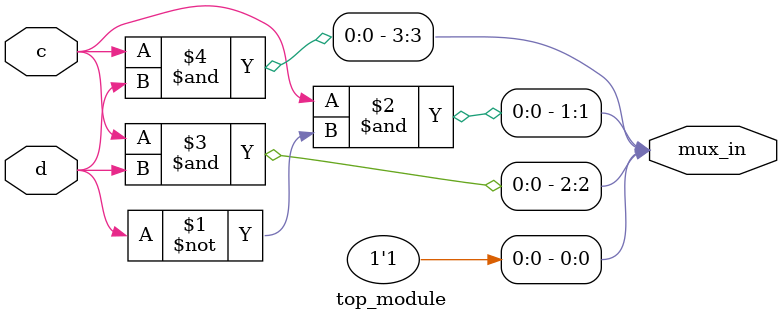
<source format=sv>
module top_module (
    input c,
    input d,
    output [3:0] mux_in
);

    // Implement the Karnaugh map using 2-to-1 multiplexers
    assign mux_in[0] = 1'b1;
    assign mux_in[1] = (c & ~d);
    assign mux_in[2] = (c & d);
    assign mux_in[3] = (c & d);

endmodule

</source>
